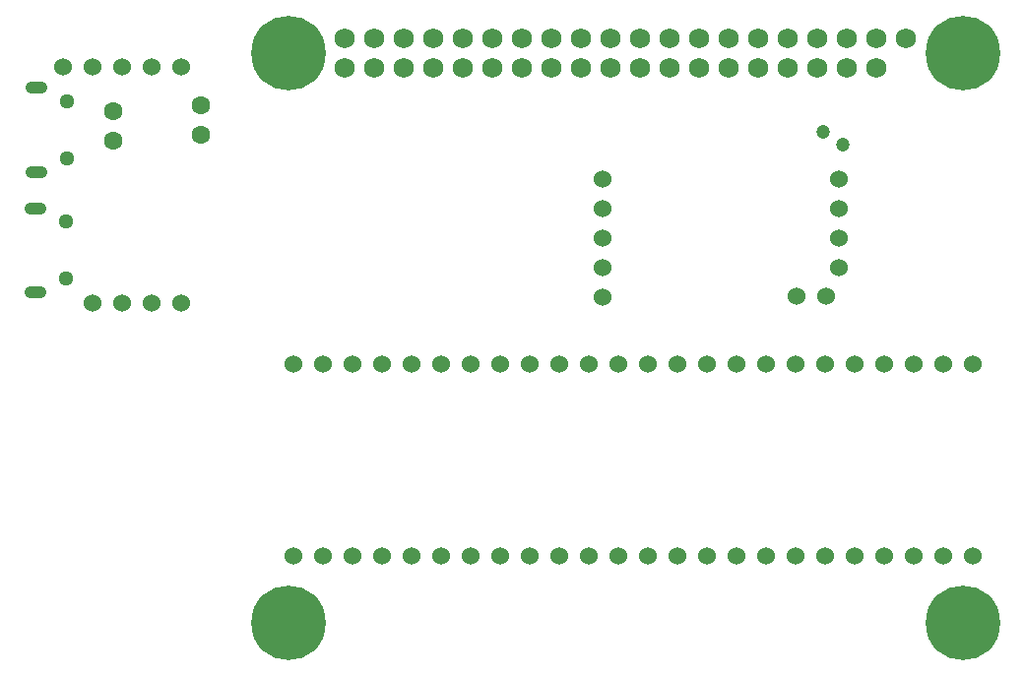
<source format=gbr>
%TF.GenerationSoftware,KiCad,Pcbnew,8.0.3*%
%TF.CreationDate,2024-11-13T23:51:52+02:00*%
%TF.ProjectId,ProvisioningJig_v3,50726f76-6973-4696-9f6e-696e674a6967,rev?*%
%TF.SameCoordinates,Original*%
%TF.FileFunction,Soldermask,Bot*%
%TF.FilePolarity,Negative*%
%FSLAX46Y46*%
G04 Gerber Fmt 4.6, Leading zero omitted, Abs format (unit mm)*
G04 Created by KiCad (PCBNEW 8.0.3) date 2024-11-13 23:51:52*
%MOMM*%
%LPD*%
G01*
G04 APERTURE LIST*
%ADD10O,1.900000X1.070000*%
%ADD11O,1.300000X1.300000*%
%ADD12C,1.524000*%
%ADD13C,1.200000*%
%ADD14C,1.600000*%
%ADD15C,1.728000*%
%ADD16C,6.404000*%
G04 APERTURE END LIST*
D10*
%TO.C,J1*%
X106727000Y-84399000D03*
D11*
X109377000Y-85574000D03*
X109377000Y-90424000D03*
D10*
X106727000Y-91599000D03*
%TD*%
%TO.C,J5*%
X106777000Y-74066400D03*
D11*
X109427000Y-75241400D03*
X109427000Y-80091400D03*
D10*
X106777000Y-81266400D03*
%TD*%
D12*
%TO.C,U3*%
X128923500Y-114355000D03*
X131463500Y-114355000D03*
X134003500Y-114355000D03*
X136543500Y-114355000D03*
X139083500Y-114355000D03*
X141623500Y-114355000D03*
X144163500Y-114355000D03*
X146703500Y-114355000D03*
X149243500Y-114355000D03*
X151783500Y-114355000D03*
X154323500Y-114355000D03*
X156863500Y-114355000D03*
X159403500Y-114355000D03*
X161943500Y-114355000D03*
X164483500Y-114355000D03*
X167023500Y-114355000D03*
X169563500Y-114355000D03*
X172103500Y-114355000D03*
X174643500Y-114355000D03*
X177183500Y-114355000D03*
X179723500Y-114355000D03*
X182263500Y-114355000D03*
X184803500Y-114355000D03*
X187343500Y-114355000D03*
X187343500Y-97845000D03*
X184803500Y-97845000D03*
X182263500Y-97845000D03*
X179723500Y-97845000D03*
X177183500Y-97845000D03*
X174643500Y-97845000D03*
X172103500Y-97845000D03*
X169563500Y-97845000D03*
X167023500Y-97845000D03*
X164483500Y-97845000D03*
X161943500Y-97845000D03*
X159403500Y-97845000D03*
X156863500Y-97845000D03*
X154323500Y-97845000D03*
X151783500Y-97845000D03*
X149243500Y-97845000D03*
X146703500Y-97845000D03*
X144163500Y-97845000D03*
X141623500Y-97845000D03*
X139083500Y-97845000D03*
X136543500Y-97845000D03*
X134003500Y-97845000D03*
X131463500Y-97845000D03*
X128923500Y-97845000D03*
%TD*%
%TO.C,U1*%
X155500000Y-92020000D03*
X155500000Y-89480000D03*
X155500000Y-86940000D03*
X155500000Y-84400000D03*
X155500000Y-81860000D03*
X175820000Y-89480000D03*
X175820000Y-86940000D03*
X175820000Y-84400000D03*
X175820000Y-81860000D03*
D13*
X174425000Y-77835000D03*
X176125000Y-78935000D03*
D12*
X172170000Y-92015000D03*
X174695000Y-92005000D03*
%TD*%
%TO.C,U2*%
X109067600Y-72235000D03*
X111607600Y-72235000D03*
X114147600Y-72235000D03*
X116687600Y-72235000D03*
X119227600Y-72235000D03*
X111607600Y-92555000D03*
X114147600Y-92555000D03*
X116687600Y-92555000D03*
X119227600Y-92555000D03*
%TD*%
D14*
%TO.C,J7*%
X120950000Y-78065000D03*
%TD*%
%TO.C,J6*%
X120950000Y-75565000D03*
%TD*%
%TO.C,J4*%
X113450000Y-78565000D03*
%TD*%
%TO.C,J3*%
X113450000Y-76065000D03*
%TD*%
D15*
%TO.C,J2*%
X181585000Y-69800000D03*
X179045000Y-72340000D03*
X179045000Y-69800000D03*
X176505000Y-72340000D03*
X176505000Y-69800000D03*
X173965000Y-72340000D03*
X173965000Y-69800000D03*
X171425000Y-72340000D03*
X171425000Y-69800000D03*
X168885000Y-72340000D03*
X168885000Y-69800000D03*
X166345000Y-72340000D03*
X166345000Y-69800000D03*
X163805000Y-72340000D03*
X163805000Y-69800000D03*
X161265000Y-72340000D03*
X161265000Y-69800000D03*
X158725000Y-72340000D03*
X158725000Y-69800000D03*
X156185000Y-72340000D03*
X156185000Y-69800000D03*
X153645000Y-72340000D03*
X153645000Y-69800000D03*
X151105000Y-72340000D03*
X151105000Y-69800000D03*
X148565000Y-72340000D03*
X148565000Y-69800000D03*
X146025000Y-72340000D03*
X146025000Y-69800000D03*
X143485000Y-72340000D03*
X143485000Y-69800000D03*
X140945000Y-72340000D03*
X140945000Y-69800000D03*
X138405000Y-72340000D03*
X138405000Y-69800000D03*
X135865000Y-72340000D03*
X135865000Y-69800000D03*
X133322046Y-72335910D03*
X133325000Y-69800000D03*
D16*
X186455000Y-71070000D03*
X128455000Y-71070000D03*
X128455000Y-120070000D03*
X186455000Y-120070000D03*
%TD*%
M02*

</source>
